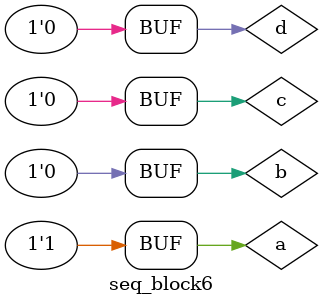
<source format=v>
module seq_block6;
reg a,b,c,d;
initial begin:abcdefghijklmnopqrstuvwxyzABCDEFGHIJKLMNOPQRSTUVWXYZ1234567890_$
	a=1'b1;
	case(a)
	    0:b=1;
	    1:b=0;
	endcase
	begin:sub_begin
		c=8'hA2;
		d=6'o12;
	end
	end
endmodule

</source>
